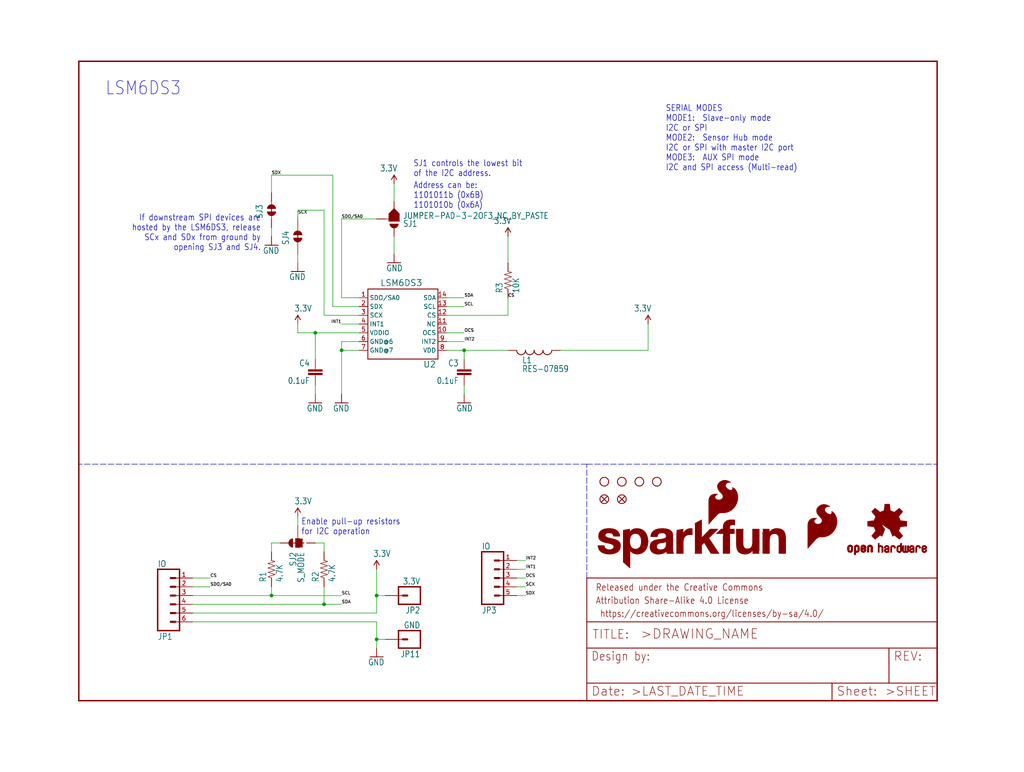
<source format=kicad_sch>
(kicad_sch (version 20211123) (generator eeschema)
  (paper "User" 297.002 223.926)
  (lib_symbols
    (symbol "eagleSchem-eagle-import:0.1UF-100V-10%(0603)"
      (property "Reference" "C" (at 1.524 2.921 0))
      (property "Value" "0.1UF-100V-10%(0603)" (at 1.524 -2.159 0))
      (symbol "0.1UF-100V-10%(0603)_1_0"
        (pin passive line (at 0 5.08 270) (length 2.54) (name "1") (number "1"))
        (pin passive line (at 0 -2.54 90) (length 2.54) (name "2") (number "2"))
      )
    )
    (symbol "eagleSchem-eagle-import:10KOHM-1{slash}10W-1%(0603)0603"
      (property "Reference" "R" (at -3.81 1.4986 0))
      (property "Value" "10KOHM-1{slash}10W-1%(0603)0603" (at -3.81 -3.302 0))
      (symbol "10KOHM-1{slash}10W-1%(0603)0603_1_0"
        (pin passive line (at -5.08 0 0) (length 2.54) (name "1") (number "1"))
        (pin passive line (at 5.08 0 180) (length 2.54) (name "2") (number "2"))
      )
    )
    (symbol "eagleSchem-eagle-import:3.3V" (power)
      (property "Value" "3.3V" (at -1.016 3.556 0))
      (symbol "3.3V_1_0"
        (pin power_in line (at 0 0 90) (length 2.54) (name "3.3V") (number "1"))
      )
    )
    (symbol "eagleSchem-eagle-import:4.7KOHM-1{slash}10W-1%(0603)"
      (property "Reference" "R" (at -3.81 1.4986 0))
      (property "Value" "4.7KOHM-1{slash}10W-1%(0603)" (at -3.81 -3.302 0))
      (symbol "4.7KOHM-1{slash}10W-1%(0603)_1_0"
        (pin passive line (at -5.08 0 0) (length 2.54) (name "1") (number "1"))
        (pin passive line (at 5.08 0 180) (length 2.54) (name "2") (number "2"))
      )
    )
    (symbol "eagleSchem-eagle-import:FIDUCIAL1X2")
    (symbol "eagleSchem-eagle-import:FRAME-LETTER"
      (symbol "FRAME-LETTER_2_0"
        (text " https://creativecommons.org/licenses/by-sa/4.0/" (at 2.54 24.13 0) (effects (font (size 1.9304 1.6408)) (justify left bottom)))
        (text ">DRAWING_NAME" (at 15.494 17.78 0) (effects (font (size 2.7432 2.7432)) (justify left bottom)))
        (text ">LAST_DATE_TIME" (at 12.7 1.27 0) (effects (font (size 2.54 2.54)) (justify left bottom)))
        (text ">SHEET" (at 86.36 1.27 0) (effects (font (size 2.54 2.54)) (justify left bottom)))
        (text "Attribution Share-Alike 4.0 License" (at 2.54 27.94 0) (effects (font (size 1.9304 1.6408)) (justify left bottom)))
        (text "Date:" (at 1.27 1.27 0) (effects (font (size 2.54 2.54)) (justify left bottom)))
        (text "Design by:" (at 1.27 11.43 0) (effects (font (size 2.54 2.159)) (justify left bottom)))
        (text "Released under the Creative Commons" (at 2.54 31.75 0) (effects (font (size 1.9304 1.6408)) (justify left bottom)))
        (text "REV:" (at 88.9 11.43 0) (effects (font (size 2.54 2.54)) (justify left bottom)))
        (text "Sheet:" (at 72.39 1.27 0) (effects (font (size 2.54 2.54)) (justify left bottom)))
        (text "TITLE:" (at 1.524 17.78 0) (effects (font (size 2.54 2.54)) (justify left bottom)))
      )
    )
    (symbol "eagleSchem-eagle-import:GND" (power)
      (property "Value" "GND" (at -2.54 -2.54 0))
      (symbol "GND_1_0"
        (pin power_in line (at 0 2.54 270) (length 2.54) (name "GND") (number "1"))
      )
    )
    (symbol "eagleSchem-eagle-import:INDUCTOR30OHM,1.8A"
      (property "Reference" "L" (at 2.54 5.08 0))
      (property "Value" "INDUCTOR30OHM,1.8A" (at 2.54 -5.08 0))
      (symbol "INDUCTOR30OHM,1.8A_1_0"
        (pin passive line (at 0 7.62 270) (length 2.54) (name "1") (number "1"))
        (pin passive line (at 0 -7.62 90) (length 2.54) (name "2") (number "2"))
      )
    )
    (symbol "eagleSchem-eagle-import:JUMPER-PAD-2-NC_BY_TRACE"
      (property "Reference" "SJ" (at -2.54 2.54 0))
      (property "Value" "JUMPER-PAD-2-NC_BY_TRACE" (at -2.54 -5.08 0))
      (symbol "JUMPER-PAD-2-NC_BY_TRACE_1_0"
        (pin passive line (at -5.08 0 0) (length 2.54) (name "1") (number "1"))
        (pin passive line (at 5.08 0 180) (length 2.54) (name "2") (number "2"))
      )
    )
    (symbol "eagleSchem-eagle-import:JUMPER-PAD-3-2OF3_NC_BY_PASTE"
      (property "Reference" "SJ" (at 2.54 0.381 0))
      (property "Value" "JUMPER-PAD-3-2OF3_NC_BY_PASTE" (at 2.54 -1.905 0))
      (symbol "JUMPER-PAD-3-2OF3_NC_BY_PASTE_1_0"
        (pin passive line (at 0 5.08 270) (length 2.54) (name "1") (number "1"))
        (pin passive line (at -5.08 0 0) (length 2.54) (name "2") (number "2"))
        (pin passive line (at 0 -5.08 90) (length 2.54) (name "3") (number "3"))
      )
    )
    (symbol "eagleSchem-eagle-import:JUMPER-PAD-3-NC_BY_TRACE"
      (property "Reference" "SJ" (at 2.54 0.381 0))
      (property "Value" "JUMPER-PAD-3-NC_BY_TRACE" (at 2.54 -1.905 0))
      (symbol "JUMPER-PAD-3-NC_BY_TRACE_1_0"
        (pin passive line (at 0 5.08 270) (length 2.54) (name "1") (number "1"))
        (pin passive line (at -5.08 0 0) (length 2.54) (name "2") (number "2"))
        (pin passive line (at 0 -5.08 90) (length 2.54) (name "3") (number "3"))
      )
    )
    (symbol "eagleSchem-eagle-import:LSM6DS3DOT_INDICATION"
      (property "Reference" "U" (at -10.16 10.668 0))
      (property "Value" "LSM6DS3DOT_INDICATION" (at -10.16 -12.7 0))
      (symbol "LSM6DS3DOT_INDICATION_1_0"
        (pin bidirectional line (at -12.7 7.62 0) (length 2.54) (name "SDO/SA0") (number "1"))
        (pin bidirectional line (at 12.7 -2.54 180) (length 2.54) (name "OCS") (number "10"))
        (pin bidirectional line (at 12.7 0 180) (length 2.54) (name "NC") (number "11"))
        (pin bidirectional line (at 12.7 2.54 180) (length 2.54) (name "CS") (number "12"))
        (pin bidirectional line (at 12.7 5.08 180) (length 2.54) (name "SCL") (number "13"))
        (pin bidirectional line (at 12.7 7.62 180) (length 2.54) (name "SDA") (number "14"))
        (pin bidirectional line (at -12.7 5.08 0) (length 2.54) (name "SDX") (number "2"))
        (pin bidirectional line (at -12.7 2.54 0) (length 2.54) (name "SCX") (number "3"))
        (pin bidirectional line (at -12.7 0 0) (length 2.54) (name "INT1") (number "4"))
        (pin bidirectional line (at -12.7 -2.54 0) (length 2.54) (name "VDDIO") (number "5"))
        (pin bidirectional line (at -12.7 -5.08 0) (length 2.54) (name "GND@6") (number "6"))
        (pin bidirectional line (at -12.7 -7.62 0) (length 2.54) (name "GND@7") (number "7"))
        (pin bidirectional line (at 12.7 -7.62 180) (length 2.54) (name "VDD") (number "8"))
        (pin bidirectional line (at 12.7 -5.08 180) (length 2.54) (name "INT2") (number "9"))
      )
    )
    (symbol "eagleSchem-eagle-import:M01PTH_NO_SILK_YES_STOP"
      (property "Reference" "JP" (at -2.54 3.302 0))
      (property "Value" "M01PTH_NO_SILK_YES_STOP" (at -2.54 -5.08 0))
      (symbol "M01PTH_NO_SILK_YES_STOP_1_0"
        (pin passive line (at 7.62 0 180) (length 5.08) (name "1") (number "1"))
      )
    )
    (symbol "eagleSchem-eagle-import:M05PTH"
      (property "Reference" "JP" (at -2.54 8.382 0))
      (property "Value" "M05PTH" (at -2.54 -10.16 0))
      (symbol "M05PTH_1_0"
        (pin passive line (at 7.62 -5.08 180) (length 5.08) (name "1") (number "1"))
        (pin passive line (at 7.62 -2.54 180) (length 5.08) (name "2") (number "2"))
        (pin passive line (at 7.62 0 180) (length 5.08) (name "3") (number "3"))
        (pin passive line (at 7.62 2.54 180) (length 5.08) (name "4") (number "4"))
        (pin passive line (at 7.62 5.08 180) (length 5.08) (name "5") (number "5"))
      )
    )
    (symbol "eagleSchem-eagle-import:M06NO_SILK_YES_STOP"
      (property "Reference" "JP" (at -5.08 10.922 0))
      (property "Value" "M06NO_SILK_YES_STOP" (at -5.08 -10.16 0))
      (symbol "M06NO_SILK_YES_STOP_1_0"
        (pin passive line (at 5.08 -5.08 180) (length 5.08) (name "1") (number "1"))
        (pin passive line (at 5.08 -2.54 180) (length 5.08) (name "2") (number "2"))
        (pin passive line (at 5.08 0 180) (length 5.08) (name "3") (number "3"))
        (pin passive line (at 5.08 2.54 180) (length 5.08) (name "4") (number "4"))
        (pin passive line (at 5.08 5.08 180) (length 5.08) (name "5") (number "5"))
        (pin passive line (at 5.08 7.62 180) (length 5.08) (name "6") (number "6"))
      )
    )
    (symbol "eagleSchem-eagle-import:OSHW-LOGOS")
    (symbol "eagleSchem-eagle-import:SFE_LOGO_FLAME.2_INCH")
    (symbol "eagleSchem-eagle-import:SFE_LOGO_NAME_FLAME.1_INCH")
    (symbol "eagleSchem-eagle-import:STAND-OFF")
  )
  (junction (at 99.06 101.6))
  (junction (at 93.98 175.26))
  (junction (at 109.22 185.42))
  (junction (at 134.62 101.6))
  (junction (at 91.44 96.52))
  (junction (at 109.22 172.72))
  (junction (at 78.74 172.72))
  (wire (pts (xy 55.88 172.72) (xy 78.74 172.72)))
  (wire (pts (xy 55.88 180.34) (xy 109.22 180.34)))
  (wire (pts (xy 99.06 99.06) (xy 104.14 99.06)))
  (wire (pts (xy 149.86 170.18) (xy 152.4 170.18)))
  (wire (pts (xy 96.52 88.9) (xy 96.52 50.8)))
  (wire (pts (xy 111.76 172.72) (xy 109.22 172.72)))
  (wire (pts (xy 149.86 162.56) (xy 152.4 162.56)))
  (wire (pts (xy 111.76 185.42) (xy 109.22 185.42)))
  (wire (pts (xy 104.14 96.52) (xy 91.44 96.52)))
  (wire (pts (xy 149.86 165.1) (xy 152.4 165.1)))
  (wire (pts (xy 91.44 114.3) (xy 91.44 111.76)))
  (wire (pts (xy 78.74 157.48) (xy 81.28 157.48)))
  (wire (pts (xy 78.74 172.72) (xy 99.06 172.72)))
  (polyline (pts (xy 170.18 134.62) (xy 271.78 134.62)))
  (wire (pts (xy 114.3 73.66) (xy 114.3 68.58)))
  (wire (pts (xy 129.54 86.36) (xy 134.62 86.36)))
  (wire (pts (xy 86.36 60.96) (xy 93.98 60.96)))
  (wire (pts (xy 55.88 175.26) (xy 93.98 175.26)))
  (wire (pts (xy 93.98 175.26) (xy 99.06 175.26)))
  (wire (pts (xy 134.62 104.14) (xy 134.62 101.6)))
  (wire (pts (xy 99.06 86.36) (xy 99.06 63.5)))
  (wire (pts (xy 86.36 76.2) (xy 86.36 73.66)))
  (wire (pts (xy 86.36 149.86) (xy 86.36 152.4)))
  (wire (pts (xy 99.06 63.5) (xy 109.22 63.5)))
  (wire (pts (xy 104.14 91.44) (xy 93.98 91.44)))
  (wire (pts (xy 162.56 101.6) (xy 187.96 101.6)))
  (wire (pts (xy 109.22 185.42) (xy 109.22 187.96)))
  (wire (pts (xy 134.62 114.3) (xy 134.62 111.76)))
  (wire (pts (xy 114.3 53.34) (xy 114.3 58.42)))
  (wire (pts (xy 55.88 177.8) (xy 109.22 177.8)))
  (polyline (pts (xy 170.18 167.64) (xy 170.18 134.62)))
  (wire (pts (xy 109.22 172.72) (xy 109.22 165.1)))
  (wire (pts (xy 99.06 101.6) (xy 99.06 99.06)))
  (wire (pts (xy 134.62 101.6) (xy 129.54 101.6)))
  (wire (pts (xy 91.44 96.52) (xy 86.36 96.52)))
  (wire (pts (xy 129.54 99.06) (xy 134.62 99.06)))
  (wire (pts (xy 99.06 93.98) (xy 104.14 93.98)))
  (wire (pts (xy 147.32 68.58) (xy 147.32 76.2)))
  (wire (pts (xy 55.88 170.18) (xy 60.96 170.18)))
  (wire (pts (xy 149.86 167.64) (xy 152.4 167.64)))
  (wire (pts (xy 109.22 180.34) (xy 109.22 185.42)))
  (wire (pts (xy 147.32 101.6) (xy 134.62 101.6)))
  (wire (pts (xy 99.06 114.3) (xy 99.06 101.6)))
  (wire (pts (xy 149.86 172.72) (xy 152.4 172.72)))
  (wire (pts (xy 104.14 101.6) (xy 99.06 101.6)))
  (wire (pts (xy 109.22 177.8) (xy 109.22 172.72)))
  (wire (pts (xy 147.32 91.44) (xy 147.32 86.36)))
  (wire (pts (xy 78.74 68.58) (xy 78.74 66.04)))
  (wire (pts (xy 93.98 91.44) (xy 93.98 60.96)))
  (wire (pts (xy 93.98 157.48) (xy 93.98 160.02)))
  (wire (pts (xy 129.54 91.44) (xy 147.32 91.44)))
  (wire (pts (xy 104.14 86.36) (xy 99.06 86.36)))
  (wire (pts (xy 93.98 170.18) (xy 93.98 175.26)))
  (wire (pts (xy 91.44 157.48) (xy 93.98 157.48)))
  (wire (pts (xy 187.96 101.6) (xy 187.96 93.98)))
  (wire (pts (xy 78.74 55.88) (xy 78.74 50.8)))
  (wire (pts (xy 78.74 160.02) (xy 78.74 157.48)))
  (wire (pts (xy 86.36 63.5) (xy 86.36 60.96)))
  (wire (pts (xy 129.54 96.52) (xy 134.62 96.52)))
  (polyline (pts (xy 170.18 134.62) (xy 22.86 134.62)))
  (wire (pts (xy 104.14 88.9) (xy 96.52 88.9)))
  (wire (pts (xy 78.74 170.18) (xy 78.74 172.72)))
  (wire (pts (xy 86.36 96.52) (xy 86.36 93.98)))
  (wire (pts (xy 129.54 88.9) (xy 134.62 88.9)))
  (wire (pts (xy 55.88 167.64) (xy 60.96 167.64)))
  (wire (pts (xy 91.44 104.14) (xy 91.44 96.52)))
  (wire (pts (xy 78.74 50.8) (xy 96.52 50.8)))
  (text "SERIAL MODES\nMODE1:  Slave-only mode\nI2C or SPI\nMODE2:  Sensor Hub mode\nI2C or SPI with master I2C port\nMODE3:  AUX SPI mode\nI2C and SPI access (Multi-read)" (at 193.04 30.48 0) (effects (font (size 1.778 1.5113)) (justify left top)))
  (text "If downstream SPI devices are\nhosted by the LSM6DS3, release\nSCx and SDx from ground by\nopening SJ3 and SJ4." (at 75.692 72.898 0) (effects (font (size 1.778 1.5113)) (justify right bottom)))
  (text "LSM6DS3" (at 30.48 27.94 180) (effects (font (size 3.81 3.2385)) (justify left bottom)))
  (text "Address can be:\n1101011b (0x6B)\n1101010b (0x6A)" (at 119.888 52.832 180) (effects (font (size 1.778 1.5113)) (justify left top)))
  (text "Enable pull-up resistors\nfor I2C operation" (at 87.376 150.368 180) (effects (font (size 1.778 1.5113)) (justify left top)))
  (text "SJ1 controls the lowest bit\nof the I2C address." (at 119.888 46.482 180) (effects (font (size 1.778 1.5113)) (justify left top)))
  (label "SCL" (at 134.62 88.9 0) (effects (font (size 0.889 0.889))))
  (label "SCL" (at 99.06 172.72 0) (effects (font (size 0.889 0.889))))
  (label "SDO/SA0" (at 60.96 170.18 0) (effects (font (size 0.889 0.889))))
  (label "SCX" (at 86.36 62.23 0) (effects (font (size 0.889 0.889))))
  (label "INT2" (at 134.62 99.06 0) (effects (font (size 0.889 0.889))))
  (label "SDX" (at 78.74 50.8 0) (effects (font (size 0.889 0.889))))
  (label "SCX" (at 152.4 170.18 0) (effects (font (size 0.889 0.889))))
  (label "OCS" (at 152.4 167.64 0) (effects (font (size 0.889 0.889))))
  (label "INT2" (at 152.4 162.56 0) (effects (font (size 0.889 0.889))))
  (label "CS" (at 60.96 167.64 0) (effects (font (size 0.889 0.889))))
  (label "SDA" (at 99.06 175.26 0) (effects (font (size 0.889 0.889))))
  (label "SDO/SA0" (at 99.06 63.5 0) (effects (font (size 0.889 0.889))))
  (label "OCS" (at 134.62 96.52 0) (effects (font (size 0.889 0.889))))
  (label "SDX" (at 152.4 172.72 0) (effects (font (size 0.889 0.889))))
  (label "INT1" (at 99.06 93.98 180) (effects (font (size 0.889 0.889))))
  (label "SDA" (at 134.62 86.36 0) (effects (font (size 0.889 0.889))))
  (label "INT1" (at 152.4 165.1 0) (effects (font (size 0.889 0.889))))
  (label "CS" (at 147.32 86.36 0) (effects (font (size 0.889 0.889))))
  (symbol (lib_id "eagleSchem-eagle-import:OSHW-LOGOS") (at 257.302 151.892 0) (unit 1)
    (property "Reference" "LOGO2" (effects hide))
    (property "Value" "OSHW-LOGOS" (effects hide))
    (property "Footprint" "eagleSchem:OSHW-LOGO-S" (effects hide))
  )
  (symbol (lib_id "eagleSchem-eagle-import:4.7KOHM-1{slash}10W-1%(0603)") (at 93.98 165.1 90) (unit 1)
    (property "Reference" "R2" (at 92.4814 168.91 0) (effects (font (size 1.778 1.5113)) (justify left bottom)))
    (property "Value" "4.7K" (at 97.282 168.91 0) (effects (font (size 1.778 1.5113)) (justify left bottom)))
    (property "Footprint" "eagleSchem:0603-RES" (effects hide))
  )
  (symbol (lib_id "eagleSchem-eagle-import:GND") (at 99.06 116.84 0) (unit 1)
    (property "Reference" "#GND4" (effects hide))
    (property "Value" "GND" (at 96.52 119.38 0) (effects (font (size 1.778 1.5113)) (justify left bottom)))
    (property "Footprint" "eagleSchem:" (effects hide))
  )
  (symbol (lib_id "eagleSchem-eagle-import:0.1UF-100V-10%(0603)") (at 134.62 109.22 0) (mirror y) (unit 1)
    (property "Reference" "C3" (at 133.096 106.299 0) (effects (font (size 1.778 1.5113)) (justify left bottom)))
    (property "Value" "0.1uF" (at 133.096 111.379 0) (effects (font (size 1.778 1.5113)) (justify left bottom)))
    (property "Footprint" "eagleSchem:0603-CAP" (effects hide))
  )
  (symbol (lib_id "eagleSchem-eagle-import:M06NO_SILK_YES_STOP") (at 50.8 172.72 0) (mirror x) (unit 1)
    (property "Reference" "JP1" (at 45.72 183.642 0) (effects (font (size 1.778 1.5113)) (justify left bottom)))
    (property "Value" "IO" (at 45.72 162.56 0) (effects (font (size 1.778 1.5113)) (justify left bottom)))
    (property "Footprint" "eagleSchem:1X06_NO_SILK_YES_STOP" (effects hide))
  )
  (symbol (lib_id "eagleSchem-eagle-import:GND") (at 114.3 76.2 0) (mirror y) (unit 1)
    (property "Reference" "#GND6" (effects hide))
    (property "Value" "GND" (at 116.84 78.74 0) (effects (font (size 1.778 1.5113)) (justify left bottom)))
    (property "Footprint" "eagleSchem:" (effects hide))
  )
  (symbol (lib_id "eagleSchem-eagle-import:SFE_LOGO_NAME_FLAME.1_INCH") (at 172.72 165.1 0) (unit 1)
    (property "Reference" "LOGO3" (effects hide))
    (property "Value" "SFE_LOGO_NAME_FLAME.1_INCH" (effects hide))
    (property "Footprint" "eagleSchem:SFE_LOGO_NAME_FLAME_.1" (effects hide))
  )
  (symbol (lib_id "eagleSchem-eagle-import:STAND-OFF") (at 185.42 139.7 0) (unit 1)
    (property "Reference" "STANDOFF3" (effects hide))
    (property "Value" "STAND-OFF" (effects hide))
    (property "Footprint" "eagleSchem:STAND-OFF" (effects hide))
  )
  (symbol (lib_id "eagleSchem-eagle-import:M05PTH") (at 142.24 167.64 0) (mirror x) (unit 1)
    (property "Reference" "JP3" (at 139.7 176.022 0) (effects (font (size 1.778 1.5113)) (justify left bottom)))
    (property "Value" "IO" (at 139.7 157.48 0) (effects (font (size 1.778 1.5113)) (justify left bottom)))
    (property "Footprint" "eagleSchem:1X05" (effects hide))
  )
  (symbol (lib_id "eagleSchem-eagle-import:FIDUCIAL1X2") (at 175.26 144.78 0) (unit 1)
    (property "Reference" "FID1" (effects hide))
    (property "Value" "FIDUCIAL1X2" (effects hide))
    (property "Footprint" "eagleSchem:FIDUCIAL-1X2" (effects hide))
  )
  (symbol (lib_id "eagleSchem-eagle-import:FIDUCIAL1X2") (at 180.34 144.78 0) (unit 1)
    (property "Reference" "FID2" (effects hide))
    (property "Value" "FIDUCIAL1X2" (effects hide))
    (property "Footprint" "eagleSchem:FIDUCIAL-1X2" (effects hide))
  )
  (symbol (lib_id "eagleSchem-eagle-import:SFE_LOGO_FLAME.2_INCH") (at 233.934 159.512 0) (unit 1)
    (property "Reference" "LOGO1" (effects hide))
    (property "Value" "SFE_LOGO_FLAME.2_INCH" (effects hide))
    (property "Footprint" "eagleSchem:SFE_LOGO_FLAME_.2" (effects hide))
  )
  (symbol (lib_id "eagleSchem-eagle-import:JUMPER-PAD-3-NC_BY_TRACE") (at 86.36 157.48 90) (mirror x) (unit 1)
    (property "Reference" "SJ2" (at 85.979 160.02 0) (effects (font (size 1.778 1.5113)) (justify left bottom)))
    (property "Value" "S_MODE" (at 88.265 160.02 0) (effects (font (size 1.778 1.5113)) (justify left bottom)))
    (property "Footprint" "eagleSchem:PAD-JUMPER-3-3OF3_NC_BY_TRACE_YES_SILK_FULL_BOX" (effects hide))
  )
  (symbol (lib_id "eagleSchem-eagle-import:10KOHM-1{slash}10W-1%(0603)0603") (at 147.32 81.28 90) (unit 1)
    (property "Reference" "R3" (at 145.8214 85.09 0) (effects (font (size 1.778 1.5113)) (justify left bottom)))
    (property "Value" "10K" (at 150.622 85.09 0) (effects (font (size 1.778 1.5113)) (justify left bottom)))
    (property "Footprint" "eagleSchem:0603-RES" (effects hide))
  )
  (symbol (lib_id "eagleSchem-eagle-import:STAND-OFF") (at 180.34 139.7 0) (unit 1)
    (property "Reference" "STANDOFF2" (effects hide))
    (property "Value" "STAND-OFF" (effects hide))
    (property "Footprint" "eagleSchem:STAND-OFF" (effects hide))
  )
  (symbol (lib_id "eagleSchem-eagle-import:GND") (at 134.62 116.84 0) (mirror y) (unit 1)
    (property "Reference" "#GND5" (effects hide))
    (property "Value" "GND" (at 137.16 119.38 0) (effects (font (size 1.778 1.5113)) (justify left bottom)))
    (property "Footprint" "eagleSchem:" (effects hide))
  )
  (symbol (lib_id "eagleSchem-eagle-import:3.3V") (at 187.96 93.98 0) (mirror y) (unit 1)
    (property "Reference" "#SUPPLY5" (effects hide))
    (property "Value" "3.3V" (at 188.976 90.424 0) (effects (font (size 1.778 1.5113)) (justify left bottom)))
    (property "Footprint" "eagleSchem:" (effects hide))
  )
  (symbol (lib_id "eagleSchem-eagle-import:3.3V") (at 86.36 93.98 0) (unit 1)
    (property "Reference" "#SUPPLY4" (effects hide))
    (property "Value" "3.3V" (at 85.344 90.424 0) (effects (font (size 1.778 1.5113)) (justify left bottom)))
    (property "Footprint" "eagleSchem:" (effects hide))
  )
  (symbol (lib_id "eagleSchem-eagle-import:GND") (at 91.44 116.84 0) (unit 1)
    (property "Reference" "#GND10" (effects hide))
    (property "Value" "GND" (at 88.9 119.38 0) (effects (font (size 1.778 1.5113)) (justify left bottom)))
    (property "Footprint" "eagleSchem:" (effects hide))
  )
  (symbol (lib_id "eagleSchem-eagle-import:STAND-OFF") (at 190.5 139.7 0) (unit 1)
    (property "Reference" "STANDOFF4" (effects hide))
    (property "Value" "STAND-OFF" (effects hide))
    (property "Footprint" "eagleSchem:STAND-OFF" (effects hide))
  )
  (symbol (lib_id "eagleSchem-eagle-import:0.1UF-100V-10%(0603)") (at 91.44 109.22 0) (mirror y) (unit 1)
    (property "Reference" "C4" (at 89.916 106.299 0) (effects (font (size 1.778 1.5113)) (justify left bottom)))
    (property "Value" "0.1uF" (at 89.916 111.379 0) (effects (font (size 1.778 1.5113)) (justify left bottom)))
    (property "Footprint" "eagleSchem:0603-CAP" (effects hide))
  )
  (symbol (lib_id "eagleSchem-eagle-import:INDUCTOR30OHM,1.8A") (at 154.94 101.6 270) (unit 1)
    (property "Reference" "L1" (at 151.384 105.41 90) (effects (font (size 1.778 1.5113)) (justify left bottom)))
    (property "Value" "RES-07859" (at 151.384 107.95 90) (effects (font (size 1.778 1.5113)) (justify left bottom)))
    (property "Footprint" "eagleSchem:0603" (effects hide))
  )
  (symbol (lib_id "eagleSchem-eagle-import:4.7KOHM-1{slash}10W-1%(0603)") (at 78.74 165.1 90) (unit 1)
    (property "Reference" "R1" (at 77.2414 168.91 0) (effects (font (size 1.778 1.5113)) (justify left bottom)))
    (property "Value" "4.7K" (at 82.042 168.91 0) (effects (font (size 1.778 1.5113)) (justify left bottom)))
    (property "Footprint" "eagleSchem:0603-RES" (effects hide))
  )
  (symbol (lib_id "eagleSchem-eagle-import:FRAME-LETTER") (at 22.86 203.2 0) (unit 1)
    (property "Reference" "FRAME1" (effects hide))
    (property "Value" "FRAME-LETTER" (effects hide))
    (property "Footprint" "eagleSchem:CREATIVE_COMMONS" (effects hide))
    (property "Value" "FRAME-LETTER" (effects hide))
    (property "Value" "FRAME-LETTER" (effects hide))
  )
  (symbol (lib_id "eagleSchem-eagle-import:3.3V") (at 109.22 165.1 0) (unit 1)
    (property "Reference" "#SUPPLY6" (effects hide))
    (property "Value" "3.3V" (at 108.204 161.544 0) (effects (font (size 1.778 1.5113)) (justify left bottom)))
    (property "Footprint" "eagleSchem:" (effects hide))
  )
  (symbol (lib_id "eagleSchem-eagle-import:3.3V") (at 147.32 68.58 0) (mirror y) (unit 1)
    (property "Reference" "#SUPPLY11" (effects hide))
    (property "Value" "3.3V" (at 148.336 65.024 0) (effects (font (size 1.778 1.5113)) (justify left bottom)))
    (property "Footprint" "eagleSchem:" (effects hide))
  )
  (symbol (lib_id "eagleSchem-eagle-import:JUMPER-PAD-2-NC_BY_TRACE") (at 86.36 68.58 90) (unit 1)
    (property "Reference" "SJ4" (at 83.82 71.12 0) (effects (font (size 1.778 1.5113)) (justify left bottom)))
    (property "Value" "JUMPER-PAD-2-NC_BY_TRACE" (effects hide))
    (property "Footprint" "eagleSchem:PAD-JUMPER-2-NC_BY_TRACE_YES_SILK" (effects hide))
  )
  (symbol (lib_id "eagleSchem-eagle-import:GND") (at 109.22 190.5 0) (unit 1)
    (property "Reference" "#GND11" (effects hide))
    (property "Value" "GND" (at 106.68 193.04 0) (effects (font (size 1.778 1.5113)) (justify left bottom)))
    (property "Footprint" "eagleSchem:" (effects hide))
  )
  (symbol (lib_id "eagleSchem-eagle-import:M01PTH_NO_SILK_YES_STOP") (at 119.38 185.42 180) (unit 1)
    (property "Reference" "JP11" (at 121.92 188.722 0) (effects (font (size 1.778 1.5113)) (justify left bottom)))
    (property "Value" "GND" (at 121.92 180.34 0) (effects (font (size 1.778 1.5113)) (justify left bottom)))
    (property "Footprint" "eagleSchem:1X01_NO_SILK" (effects hide))
  )
  (symbol (lib_id "eagleSchem-eagle-import:M01PTH_NO_SILK_YES_STOP") (at 119.38 172.72 180) (unit 1)
    (property "Reference" "JP2" (at 121.92 176.022 0) (effects (font (size 1.778 1.5113)) (justify left bottom)))
    (property "Value" "3.3V" (at 121.92 167.64 0) (effects (font (size 1.778 1.5113)) (justify left bottom)))
    (property "Footprint" "eagleSchem:1X01_NO_SILK" (effects hide))
  )
  (symbol (lib_id "eagleSchem-eagle-import:GND") (at 78.74 71.12 0) (unit 1)
    (property "Reference" "#GND1" (effects hide))
    (property "Value" "GND" (at 76.2 73.66 0) (effects (font (size 1.778 1.5113)) (justify left bottom)))
    (property "Footprint" "eagleSchem:" (effects hide))
  )
  (symbol (lib_id "eagleSchem-eagle-import:LSM6DS3DOT_INDICATION") (at 116.84 93.98 0) (unit 1)
    (property "Reference" "U2" (at 122.682 106.68 0) (effects (font (size 1.778 1.778)) (justify left bottom)))
    (property "Value" "LSM6DS3" (at 110.236 83.058 0) (effects (font (size 1.778 1.778)) (justify left bottom)))
    (property "Footprint" "eagleSchem:LGA14L_DOT_INDICATOR" (effects hide))
  )
  (symbol (lib_id "eagleSchem-eagle-import:JUMPER-PAD-2-NC_BY_TRACE") (at 78.74 60.96 90) (unit 1)
    (property "Reference" "SJ3" (at 76.2 63.5 0) (effects (font (size 1.778 1.5113)) (justify left bottom)))
    (property "Value" "JUMPER-PAD-2-NC_BY_TRACE" (effects hide))
    (property "Footprint" "eagleSchem:PAD-JUMPER-2-NC_BY_TRACE_YES_SILK" (effects hide))
  )
  (symbol (lib_id "eagleSchem-eagle-import:3.3V") (at 114.3 53.34 0) (mirror y) (unit 1)
    (property "Reference" "#SUPPLY10" (effects hide))
    (property "Value" "3.3V" (at 115.316 49.784 0) (effects (font (size 1.778 1.5113)) (justify left bottom)))
    (property "Footprint" "eagleSchem:" (effects hide))
  )
  (symbol (lib_id "eagleSchem-eagle-import:3.3V") (at 86.36 149.86 0) (unit 1)
    (property "Reference" "#SUPPLY2" (effects hide))
    (property "Value" "3.3V" (at 85.344 146.304 0) (effects (font (size 1.778 1.5113)) (justify left bottom)))
    (property "Footprint" "eagleSchem:" (effects hide))
  )
  (symbol (lib_id "eagleSchem-eagle-import:JUMPER-PAD-3-2OF3_NC_BY_PASTE") (at 114.3 63.5 0) (mirror x) (unit 1)
    (property "Reference" "SJ1" (at 116.84 63.881 0) (effects (font (size 1.778 1.5113)) (justify left bottom)))
    (property "Value" "JUMPER-PAD-3-2OF3_NC_BY_PASTE" (at 116.84 61.595 0) (effects (font (size 1.778 1.5113)) (justify left bottom)))
    (property "Footprint" "eagleSchem:PAD-JUMPER-3-2OF3_NC_BY_PASTE_YES_SILK_FULL_BOX" (effects hide))
  )
  (symbol (lib_id "eagleSchem-eagle-import:STAND-OFF") (at 175.26 139.7 0) (unit 1)
    (property "Reference" "STANDOFF1" (effects hide))
    (property "Value" "STAND-OFF" (effects hide))
    (property "Footprint" "eagleSchem:STAND-OFF" (effects hide))
  )
  (symbol (lib_id "eagleSchem-eagle-import:GND") (at 86.36 78.74 0) (unit 1)
    (property "Reference" "#GND2" (effects hide))
    (property "Value" "GND" (at 83.82 81.28 0) (effects (font (size 1.778 1.5113)) (justify left bottom)))
    (property "Footprint" "eagleSchem:" (effects hide))
  )
  (symbol (lib_id "eagleSchem-eagle-import:FRAME-LETTER") (at 170.18 203.2 0) (unit 2)
    (property "Reference" "FRAME1" (effects hide))
    (property "Value" "FRAME-LETTER" (effects hide))
    (property "Footprint" "eagleSchem:CREATIVE_COMMONS" (effects hide))
    (property "Value" "FRAME-LETTER" (effects hide))
    (property "Value" "FRAME-LETTER" (effects hide))
  )
)
</source>
